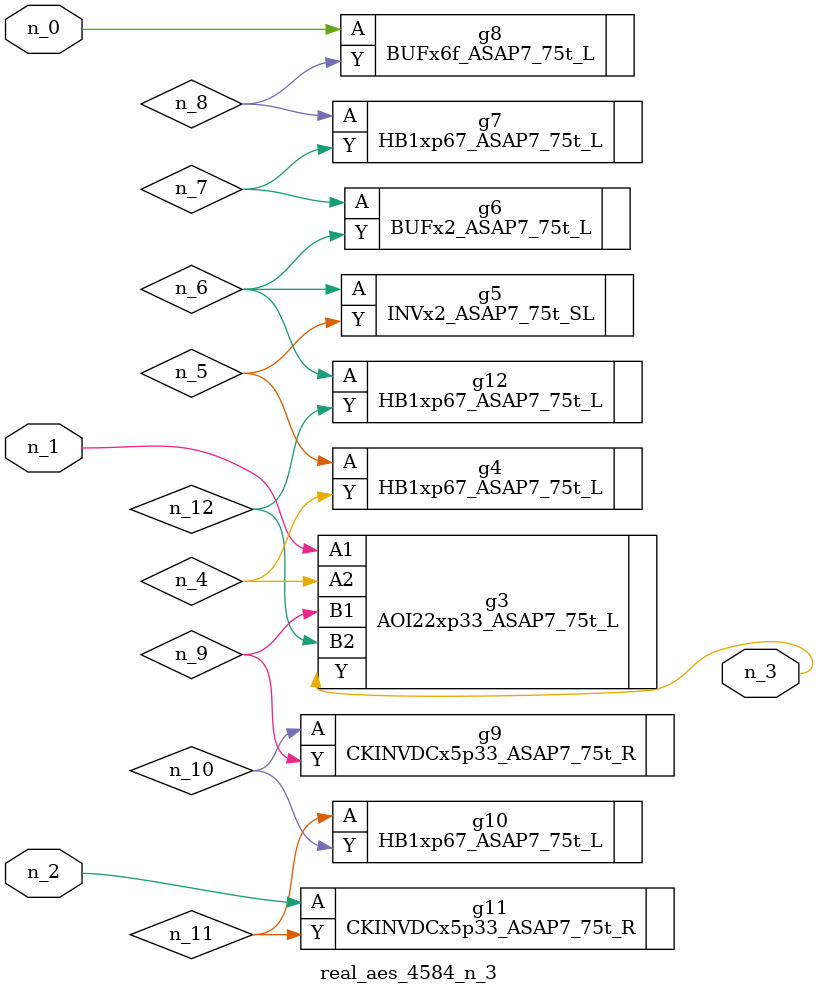
<source format=v>
module real_aes_4584_n_3 (n_0, n_2, n_1, n_3);
input n_0;
input n_2;
input n_1;
output n_3;
wire n_4;
wire n_5;
wire n_7;
wire n_9;
wire n_12;
wire n_6;
wire n_8;
wire n_10;
wire n_11;
BUFx6f_ASAP7_75t_L g8 ( .A(n_0), .Y(n_8) );
AOI22xp33_ASAP7_75t_L g3 ( .A1(n_1), .A2(n_4), .B1(n_9), .B2(n_12), .Y(n_3) );
CKINVDCx5p33_ASAP7_75t_R g11 ( .A(n_2), .Y(n_11) );
HB1xp67_ASAP7_75t_L g4 ( .A(n_5), .Y(n_4) );
INVx2_ASAP7_75t_SL g5 ( .A(n_6), .Y(n_5) );
HB1xp67_ASAP7_75t_L g12 ( .A(n_6), .Y(n_12) );
BUFx2_ASAP7_75t_L g6 ( .A(n_7), .Y(n_6) );
HB1xp67_ASAP7_75t_L g7 ( .A(n_8), .Y(n_7) );
CKINVDCx5p33_ASAP7_75t_R g9 ( .A(n_10), .Y(n_9) );
HB1xp67_ASAP7_75t_L g10 ( .A(n_11), .Y(n_10) );
endmodule
</source>
